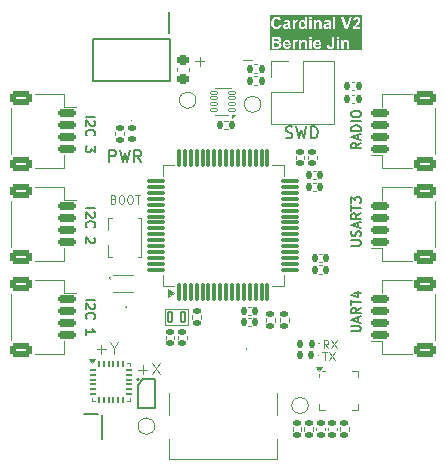
<source format=gto>
G04 #@! TF.GenerationSoftware,KiCad,Pcbnew,9.0.1*
G04 #@! TF.CreationDate,2025-04-30T23:29:38-04:00*
G04 #@! TF.ProjectId,Control Board V2,436f6e74-726f-46c2-9042-6f6172642056,rev?*
G04 #@! TF.SameCoordinates,Original*
G04 #@! TF.FileFunction,Legend,Top*
G04 #@! TF.FilePolarity,Positive*
%FSLAX46Y46*%
G04 Gerber Fmt 4.6, Leading zero omitted, Abs format (unit mm)*
G04 Created by KiCad (PCBNEW 9.0.1) date 2025-04-30 23:29:38*
%MOMM*%
%LPD*%
G01*
G04 APERTURE LIST*
G04 Aperture macros list*
%AMRoundRect*
0 Rectangle with rounded corners*
0 $1 Rounding radius*
0 $2 $3 $4 $5 $6 $7 $8 $9 X,Y pos of 4 corners*
0 Add a 4 corners polygon primitive as box body*
4,1,4,$2,$3,$4,$5,$6,$7,$8,$9,$2,$3,0*
0 Add four circle primitives for the rounded corners*
1,1,$1+$1,$2,$3*
1,1,$1+$1,$4,$5*
1,1,$1+$1,$6,$7*
1,1,$1+$1,$8,$9*
0 Add four rect primitives between the rounded corners*
20,1,$1+$1,$2,$3,$4,$5,0*
20,1,$1+$1,$4,$5,$6,$7,0*
20,1,$1+$1,$6,$7,$8,$9,0*
20,1,$1+$1,$8,$9,$2,$3,0*%
G04 Aperture macros list end*
%ADD10C,0.150000*%
%ADD11C,0.100000*%
%ADD12C,0.120000*%
%ADD13C,0.200000*%
%ADD14C,0.050000*%
%ADD15C,0.049340*%
%ADD16RoundRect,0.147500X0.147500X0.172500X-0.147500X0.172500X-0.147500X-0.172500X0.147500X-0.172500X0*%
%ADD17RoundRect,0.135000X-0.135000X-0.185000X0.135000X-0.185000X0.135000X0.185000X-0.135000X0.185000X0*%
%ADD18RoundRect,0.150000X0.625000X-0.150000X0.625000X0.150000X-0.625000X0.150000X-0.625000X-0.150000X0*%
%ADD19RoundRect,0.250000X0.650000X-0.350000X0.650000X0.350000X-0.650000X0.350000X-0.650000X-0.350000X0*%
%ADD20RoundRect,0.140000X0.140000X0.170000X-0.140000X0.170000X-0.140000X-0.170000X0.140000X-0.170000X0*%
%ADD21RoundRect,0.140000X0.170000X-0.140000X0.170000X0.140000X-0.170000X0.140000X-0.170000X-0.140000X0*%
%ADD22C,0.226000*%
%ADD23C,1.700000*%
%ADD24R,1.700000X1.700000*%
%ADD25RoundRect,0.075000X-0.175000X-0.425000X0.175000X-0.425000X0.175000X0.425000X-0.175000X0.425000X0*%
%ADD26RoundRect,0.135000X0.135000X0.185000X-0.135000X0.185000X-0.135000X-0.185000X0.135000X-0.185000X0*%
%ADD27RoundRect,0.150000X-0.625000X0.150000X-0.625000X-0.150000X0.625000X-0.150000X0.625000X0.150000X0*%
%ADD28RoundRect,0.250000X-0.650000X0.350000X-0.650000X-0.350000X0.650000X-0.350000X0.650000X0.350000X0*%
%ADD29C,1.000000*%
%ADD30RoundRect,0.147500X-0.172500X0.147500X-0.172500X-0.147500X0.172500X-0.147500X0.172500X0.147500X0*%
%ADD31C,5.500000*%
%ADD32RoundRect,0.140000X-0.170000X0.140000X-0.170000X-0.140000X0.170000X-0.140000X0.170000X0.140000X0*%
%ADD33RoundRect,0.050000X0.285000X0.100000X-0.285000X0.100000X-0.285000X-0.100000X0.285000X-0.100000X0*%
%ADD34RoundRect,0.135000X0.185000X-0.135000X0.185000X0.135000X-0.185000X0.135000X-0.185000X-0.135000X0*%
%ADD35R,0.300000X0.300000*%
%ADD36R,0.900000X0.300000*%
%ADD37R,0.300000X0.900000*%
%ADD38R,1.800000X1.800000*%
%ADD39RoundRect,0.140000X-0.140000X-0.170000X0.140000X-0.170000X0.140000X0.170000X-0.140000X0.170000X0*%
%ADD40R,0.600000X0.200000*%
%ADD41R,1.600000X0.200000*%
%ADD42R,0.250000X0.275000*%
%ADD43R,0.275000X0.250000*%
%ADD44R,0.200000X0.200000*%
%ADD45R,0.950000X1.750000*%
%ADD46R,3.250000X1.750000*%
%ADD47C,0.650000*%
%ADD48R,0.600000X1.240000*%
%ADD49R,0.300000X1.240000*%
%ADD50O,1.000000X2.100000*%
%ADD51O,1.000000X1.800000*%
%ADD52RoundRect,0.075000X0.075000X-0.700000X0.075000X0.700000X-0.075000X0.700000X-0.075000X-0.700000X0*%
%ADD53RoundRect,0.075000X0.700000X-0.075000X0.700000X0.075000X-0.700000X0.075000X-0.700000X-0.075000X0*%
%ADD54R,1.150000X0.400000*%
%ADD55R,1.700000X0.900000*%
%ADD56R,1.100000X0.800000*%
%ADD57O,3.000000X3.000000*%
%ADD58RoundRect,0.050000X-0.225000X-0.050000X0.225000X-0.050000X0.225000X0.050000X-0.225000X0.050000X0*%
%ADD59RoundRect,0.050000X0.050000X-0.225000X0.050000X0.225000X-0.050000X0.225000X-0.050000X-0.225000X0*%
%ADD60RoundRect,0.135000X-0.185000X0.135000X-0.185000X-0.135000X0.185000X-0.135000X0.185000X0.135000X0*%
%ADD61RoundRect,0.225000X-0.250000X0.225000X-0.250000X-0.225000X0.250000X-0.225000X0.250000X0.225000X0*%
G04 APERTURE END LIST*
D10*
X80289160Y-104572200D02*
X80432017Y-104619819D01*
X80432017Y-104619819D02*
X80670112Y-104619819D01*
X80670112Y-104619819D02*
X80765350Y-104572200D01*
X80765350Y-104572200D02*
X80812969Y-104524580D01*
X80812969Y-104524580D02*
X80860588Y-104429342D01*
X80860588Y-104429342D02*
X80860588Y-104334104D01*
X80860588Y-104334104D02*
X80812969Y-104238866D01*
X80812969Y-104238866D02*
X80765350Y-104191247D01*
X80765350Y-104191247D02*
X80670112Y-104143628D01*
X80670112Y-104143628D02*
X80479636Y-104096009D01*
X80479636Y-104096009D02*
X80384398Y-104048390D01*
X80384398Y-104048390D02*
X80336779Y-104000771D01*
X80336779Y-104000771D02*
X80289160Y-103905533D01*
X80289160Y-103905533D02*
X80289160Y-103810295D01*
X80289160Y-103810295D02*
X80336779Y-103715057D01*
X80336779Y-103715057D02*
X80384398Y-103667438D01*
X80384398Y-103667438D02*
X80479636Y-103619819D01*
X80479636Y-103619819D02*
X80717731Y-103619819D01*
X80717731Y-103619819D02*
X80860588Y-103667438D01*
X81193922Y-103619819D02*
X81432017Y-104619819D01*
X81432017Y-104619819D02*
X81622493Y-103905533D01*
X81622493Y-103905533D02*
X81812969Y-104619819D01*
X81812969Y-104619819D02*
X82051065Y-103619819D01*
X82432017Y-104619819D02*
X82432017Y-103619819D01*
X82432017Y-103619819D02*
X82670112Y-103619819D01*
X82670112Y-103619819D02*
X82812969Y-103667438D01*
X82812969Y-103667438D02*
X82908207Y-103762676D01*
X82908207Y-103762676D02*
X82955826Y-103857914D01*
X82955826Y-103857914D02*
X83003445Y-104048390D01*
X83003445Y-104048390D02*
X83003445Y-104191247D01*
X83003445Y-104191247D02*
X82955826Y-104381723D01*
X82955826Y-104381723D02*
X82908207Y-104476961D01*
X82908207Y-104476961D02*
X82812969Y-104572200D01*
X82812969Y-104572200D02*
X82670112Y-104619819D01*
X82670112Y-104619819D02*
X82432017Y-104619819D01*
D11*
X65715789Y-109792466D02*
X65815789Y-109825800D01*
X65815789Y-109825800D02*
X65849122Y-109859133D01*
X65849122Y-109859133D02*
X65882455Y-109925800D01*
X65882455Y-109925800D02*
X65882455Y-110025800D01*
X65882455Y-110025800D02*
X65849122Y-110092466D01*
X65849122Y-110092466D02*
X65815789Y-110125800D01*
X65815789Y-110125800D02*
X65749122Y-110159133D01*
X65749122Y-110159133D02*
X65482455Y-110159133D01*
X65482455Y-110159133D02*
X65482455Y-109459133D01*
X65482455Y-109459133D02*
X65715789Y-109459133D01*
X65715789Y-109459133D02*
X65782455Y-109492466D01*
X65782455Y-109492466D02*
X65815789Y-109525800D01*
X65815789Y-109525800D02*
X65849122Y-109592466D01*
X65849122Y-109592466D02*
X65849122Y-109659133D01*
X65849122Y-109659133D02*
X65815789Y-109725800D01*
X65815789Y-109725800D02*
X65782455Y-109759133D01*
X65782455Y-109759133D02*
X65715789Y-109792466D01*
X65715789Y-109792466D02*
X65482455Y-109792466D01*
X66315789Y-109459133D02*
X66449122Y-109459133D01*
X66449122Y-109459133D02*
X66515789Y-109492466D01*
X66515789Y-109492466D02*
X66582455Y-109559133D01*
X66582455Y-109559133D02*
X66615789Y-109692466D01*
X66615789Y-109692466D02*
X66615789Y-109925800D01*
X66615789Y-109925800D02*
X66582455Y-110059133D01*
X66582455Y-110059133D02*
X66515789Y-110125800D01*
X66515789Y-110125800D02*
X66449122Y-110159133D01*
X66449122Y-110159133D02*
X66315789Y-110159133D01*
X66315789Y-110159133D02*
X66249122Y-110125800D01*
X66249122Y-110125800D02*
X66182455Y-110059133D01*
X66182455Y-110059133D02*
X66149122Y-109925800D01*
X66149122Y-109925800D02*
X66149122Y-109692466D01*
X66149122Y-109692466D02*
X66182455Y-109559133D01*
X66182455Y-109559133D02*
X66249122Y-109492466D01*
X66249122Y-109492466D02*
X66315789Y-109459133D01*
X67049122Y-109459133D02*
X67182455Y-109459133D01*
X67182455Y-109459133D02*
X67249122Y-109492466D01*
X67249122Y-109492466D02*
X67315788Y-109559133D01*
X67315788Y-109559133D02*
X67349122Y-109692466D01*
X67349122Y-109692466D02*
X67349122Y-109925800D01*
X67349122Y-109925800D02*
X67315788Y-110059133D01*
X67315788Y-110059133D02*
X67249122Y-110125800D01*
X67249122Y-110125800D02*
X67182455Y-110159133D01*
X67182455Y-110159133D02*
X67049122Y-110159133D01*
X67049122Y-110159133D02*
X66982455Y-110125800D01*
X66982455Y-110125800D02*
X66915788Y-110059133D01*
X66915788Y-110059133D02*
X66882455Y-109925800D01*
X66882455Y-109925800D02*
X66882455Y-109692466D01*
X66882455Y-109692466D02*
X66915788Y-109559133D01*
X66915788Y-109559133D02*
X66982455Y-109492466D01*
X66982455Y-109492466D02*
X67049122Y-109459133D01*
X67549121Y-109459133D02*
X67949121Y-109459133D01*
X67749121Y-110159133D02*
X67749121Y-109459133D01*
D10*
X86644295Y-105003696D02*
X86263342Y-105270363D01*
X86644295Y-105460839D02*
X85844295Y-105460839D01*
X85844295Y-105460839D02*
X85844295Y-105156077D01*
X85844295Y-105156077D02*
X85882390Y-105079887D01*
X85882390Y-105079887D02*
X85920485Y-105041792D01*
X85920485Y-105041792D02*
X85996676Y-105003696D01*
X85996676Y-105003696D02*
X86110961Y-105003696D01*
X86110961Y-105003696D02*
X86187152Y-105041792D01*
X86187152Y-105041792D02*
X86225247Y-105079887D01*
X86225247Y-105079887D02*
X86263342Y-105156077D01*
X86263342Y-105156077D02*
X86263342Y-105460839D01*
X86415723Y-104698935D02*
X86415723Y-104317982D01*
X86644295Y-104775125D02*
X85844295Y-104508458D01*
X85844295Y-104508458D02*
X86644295Y-104241792D01*
X86644295Y-103975125D02*
X85844295Y-103975125D01*
X85844295Y-103975125D02*
X85844295Y-103784649D01*
X85844295Y-103784649D02*
X85882390Y-103670363D01*
X85882390Y-103670363D02*
X85958580Y-103594173D01*
X85958580Y-103594173D02*
X86034771Y-103556078D01*
X86034771Y-103556078D02*
X86187152Y-103517982D01*
X86187152Y-103517982D02*
X86301438Y-103517982D01*
X86301438Y-103517982D02*
X86453819Y-103556078D01*
X86453819Y-103556078D02*
X86530009Y-103594173D01*
X86530009Y-103594173D02*
X86606200Y-103670363D01*
X86606200Y-103670363D02*
X86644295Y-103784649D01*
X86644295Y-103784649D02*
X86644295Y-103975125D01*
X86644295Y-103175125D02*
X85844295Y-103175125D01*
X85844295Y-102641792D02*
X85844295Y-102489411D01*
X85844295Y-102489411D02*
X85882390Y-102413221D01*
X85882390Y-102413221D02*
X85958580Y-102337030D01*
X85958580Y-102337030D02*
X86110961Y-102298935D01*
X86110961Y-102298935D02*
X86377628Y-102298935D01*
X86377628Y-102298935D02*
X86530009Y-102337030D01*
X86530009Y-102337030D02*
X86606200Y-102413221D01*
X86606200Y-102413221D02*
X86644295Y-102489411D01*
X86644295Y-102489411D02*
X86644295Y-102641792D01*
X86644295Y-102641792D02*
X86606200Y-102717983D01*
X86606200Y-102717983D02*
X86530009Y-102794173D01*
X86530009Y-102794173D02*
X86377628Y-102832269D01*
X86377628Y-102832269D02*
X86110961Y-102832269D01*
X86110961Y-102832269D02*
X85958580Y-102794173D01*
X85958580Y-102794173D02*
X85882390Y-102717983D01*
X85882390Y-102717983D02*
X85844295Y-102641792D01*
X65336779Y-106619819D02*
X65336779Y-105619819D01*
X65336779Y-105619819D02*
X65717731Y-105619819D01*
X65717731Y-105619819D02*
X65812969Y-105667438D01*
X65812969Y-105667438D02*
X65860588Y-105715057D01*
X65860588Y-105715057D02*
X65908207Y-105810295D01*
X65908207Y-105810295D02*
X65908207Y-105953152D01*
X65908207Y-105953152D02*
X65860588Y-106048390D01*
X65860588Y-106048390D02*
X65812969Y-106096009D01*
X65812969Y-106096009D02*
X65717731Y-106143628D01*
X65717731Y-106143628D02*
X65336779Y-106143628D01*
X66241541Y-105619819D02*
X66479636Y-106619819D01*
X66479636Y-106619819D02*
X66670112Y-105905533D01*
X66670112Y-105905533D02*
X66860588Y-106619819D01*
X66860588Y-106619819D02*
X67098684Y-105619819D01*
X68051064Y-106619819D02*
X67717731Y-106143628D01*
X67479636Y-106619819D02*
X67479636Y-105619819D01*
X67479636Y-105619819D02*
X67860588Y-105619819D01*
X67860588Y-105619819D02*
X67955826Y-105667438D01*
X67955826Y-105667438D02*
X68003445Y-105715057D01*
X68003445Y-105715057D02*
X68051064Y-105810295D01*
X68051064Y-105810295D02*
X68051064Y-105953152D01*
X68051064Y-105953152D02*
X68003445Y-106048390D01*
X68003445Y-106048390D02*
X67955826Y-106096009D01*
X67955826Y-106096009D02*
X67860588Y-106143628D01*
X67860588Y-106143628D02*
X67479636Y-106143628D01*
X63355704Y-110539160D02*
X64155704Y-110539160D01*
X64079514Y-110882016D02*
X64117609Y-110920112D01*
X64117609Y-110920112D02*
X64155704Y-110996302D01*
X64155704Y-110996302D02*
X64155704Y-111186778D01*
X64155704Y-111186778D02*
X64117609Y-111262969D01*
X64117609Y-111262969D02*
X64079514Y-111301064D01*
X64079514Y-111301064D02*
X64003323Y-111339159D01*
X64003323Y-111339159D02*
X63927133Y-111339159D01*
X63927133Y-111339159D02*
X63812847Y-111301064D01*
X63812847Y-111301064D02*
X63355704Y-110843921D01*
X63355704Y-110843921D02*
X63355704Y-111339159D01*
X63431895Y-112139160D02*
X63393800Y-112101064D01*
X63393800Y-112101064D02*
X63355704Y-111986779D01*
X63355704Y-111986779D02*
X63355704Y-111910588D01*
X63355704Y-111910588D02*
X63393800Y-111796302D01*
X63393800Y-111796302D02*
X63469990Y-111720112D01*
X63469990Y-111720112D02*
X63546180Y-111682017D01*
X63546180Y-111682017D02*
X63698561Y-111643921D01*
X63698561Y-111643921D02*
X63812847Y-111643921D01*
X63812847Y-111643921D02*
X63965228Y-111682017D01*
X63965228Y-111682017D02*
X64041419Y-111720112D01*
X64041419Y-111720112D02*
X64117609Y-111796302D01*
X64117609Y-111796302D02*
X64155704Y-111910588D01*
X64155704Y-111910588D02*
X64155704Y-111986779D01*
X64155704Y-111986779D02*
X64117609Y-112101064D01*
X64117609Y-112101064D02*
X64079514Y-112139160D01*
X64079514Y-113053445D02*
X64117609Y-113091541D01*
X64117609Y-113091541D02*
X64155704Y-113167731D01*
X64155704Y-113167731D02*
X64155704Y-113358207D01*
X64155704Y-113358207D02*
X64117609Y-113434398D01*
X64117609Y-113434398D02*
X64079514Y-113472493D01*
X64079514Y-113472493D02*
X64003323Y-113510588D01*
X64003323Y-113510588D02*
X63927133Y-113510588D01*
X63927133Y-113510588D02*
X63812847Y-113472493D01*
X63812847Y-113472493D02*
X63355704Y-113015350D01*
X63355704Y-113015350D02*
X63355704Y-113510588D01*
X63355704Y-102789160D02*
X64155704Y-102789160D01*
X64079514Y-103132016D02*
X64117609Y-103170112D01*
X64117609Y-103170112D02*
X64155704Y-103246302D01*
X64155704Y-103246302D02*
X64155704Y-103436778D01*
X64155704Y-103436778D02*
X64117609Y-103512969D01*
X64117609Y-103512969D02*
X64079514Y-103551064D01*
X64079514Y-103551064D02*
X64003323Y-103589159D01*
X64003323Y-103589159D02*
X63927133Y-103589159D01*
X63927133Y-103589159D02*
X63812847Y-103551064D01*
X63812847Y-103551064D02*
X63355704Y-103093921D01*
X63355704Y-103093921D02*
X63355704Y-103589159D01*
X63431895Y-104389160D02*
X63393800Y-104351064D01*
X63393800Y-104351064D02*
X63355704Y-104236779D01*
X63355704Y-104236779D02*
X63355704Y-104160588D01*
X63355704Y-104160588D02*
X63393800Y-104046302D01*
X63393800Y-104046302D02*
X63469990Y-103970112D01*
X63469990Y-103970112D02*
X63546180Y-103932017D01*
X63546180Y-103932017D02*
X63698561Y-103893921D01*
X63698561Y-103893921D02*
X63812847Y-103893921D01*
X63812847Y-103893921D02*
X63965228Y-103932017D01*
X63965228Y-103932017D02*
X64041419Y-103970112D01*
X64041419Y-103970112D02*
X64117609Y-104046302D01*
X64117609Y-104046302D02*
X64155704Y-104160588D01*
X64155704Y-104160588D02*
X64155704Y-104236779D01*
X64155704Y-104236779D02*
X64117609Y-104351064D01*
X64117609Y-104351064D02*
X64079514Y-104389160D01*
X64155704Y-105265350D02*
X64155704Y-105760588D01*
X64155704Y-105760588D02*
X63850942Y-105493922D01*
X63850942Y-105493922D02*
X63850942Y-105608207D01*
X63850942Y-105608207D02*
X63812847Y-105684398D01*
X63812847Y-105684398D02*
X63774752Y-105722493D01*
X63774752Y-105722493D02*
X63698561Y-105760588D01*
X63698561Y-105760588D02*
X63508085Y-105760588D01*
X63508085Y-105760588D02*
X63431895Y-105722493D01*
X63431895Y-105722493D02*
X63393800Y-105684398D01*
X63393800Y-105684398D02*
X63355704Y-105608207D01*
X63355704Y-105608207D02*
X63355704Y-105379636D01*
X63355704Y-105379636D02*
X63393800Y-105303445D01*
X63393800Y-105303445D02*
X63431895Y-105265350D01*
D11*
X67803884Y-124241466D02*
X68565789Y-124241466D01*
X68184836Y-124622419D02*
X68184836Y-123860514D01*
X68946741Y-123622419D02*
X69613407Y-124622419D01*
X69613407Y-123622419D02*
X68946741Y-124622419D01*
D10*
X85844295Y-113710839D02*
X86491914Y-113710839D01*
X86491914Y-113710839D02*
X86568104Y-113672744D01*
X86568104Y-113672744D02*
X86606200Y-113634649D01*
X86606200Y-113634649D02*
X86644295Y-113558458D01*
X86644295Y-113558458D02*
X86644295Y-113406077D01*
X86644295Y-113406077D02*
X86606200Y-113329887D01*
X86606200Y-113329887D02*
X86568104Y-113291792D01*
X86568104Y-113291792D02*
X86491914Y-113253696D01*
X86491914Y-113253696D02*
X85844295Y-113253696D01*
X86606200Y-112910840D02*
X86644295Y-112796554D01*
X86644295Y-112796554D02*
X86644295Y-112606078D01*
X86644295Y-112606078D02*
X86606200Y-112529887D01*
X86606200Y-112529887D02*
X86568104Y-112491792D01*
X86568104Y-112491792D02*
X86491914Y-112453697D01*
X86491914Y-112453697D02*
X86415723Y-112453697D01*
X86415723Y-112453697D02*
X86339533Y-112491792D01*
X86339533Y-112491792D02*
X86301438Y-112529887D01*
X86301438Y-112529887D02*
X86263342Y-112606078D01*
X86263342Y-112606078D02*
X86225247Y-112758459D01*
X86225247Y-112758459D02*
X86187152Y-112834649D01*
X86187152Y-112834649D02*
X86149057Y-112872744D01*
X86149057Y-112872744D02*
X86072866Y-112910840D01*
X86072866Y-112910840D02*
X85996676Y-112910840D01*
X85996676Y-112910840D02*
X85920485Y-112872744D01*
X85920485Y-112872744D02*
X85882390Y-112834649D01*
X85882390Y-112834649D02*
X85844295Y-112758459D01*
X85844295Y-112758459D02*
X85844295Y-112567982D01*
X85844295Y-112567982D02*
X85882390Y-112453697D01*
X86415723Y-112148935D02*
X86415723Y-111767982D01*
X86644295Y-112225125D02*
X85844295Y-111958458D01*
X85844295Y-111958458D02*
X86644295Y-111691792D01*
X86644295Y-110967982D02*
X86263342Y-111234649D01*
X86644295Y-111425125D02*
X85844295Y-111425125D01*
X85844295Y-111425125D02*
X85844295Y-111120363D01*
X85844295Y-111120363D02*
X85882390Y-111044173D01*
X85882390Y-111044173D02*
X85920485Y-111006078D01*
X85920485Y-111006078D02*
X85996676Y-110967982D01*
X85996676Y-110967982D02*
X86110961Y-110967982D01*
X86110961Y-110967982D02*
X86187152Y-111006078D01*
X86187152Y-111006078D02*
X86225247Y-111044173D01*
X86225247Y-111044173D02*
X86263342Y-111120363D01*
X86263342Y-111120363D02*
X86263342Y-111425125D01*
X85844295Y-110739411D02*
X85844295Y-110282268D01*
X86644295Y-110510840D02*
X85844295Y-110510840D01*
X85844295Y-110091792D02*
X85844295Y-109596554D01*
X85844295Y-109596554D02*
X86149057Y-109863220D01*
X86149057Y-109863220D02*
X86149057Y-109748935D01*
X86149057Y-109748935D02*
X86187152Y-109672744D01*
X86187152Y-109672744D02*
X86225247Y-109634649D01*
X86225247Y-109634649D02*
X86301438Y-109596554D01*
X86301438Y-109596554D02*
X86491914Y-109596554D01*
X86491914Y-109596554D02*
X86568104Y-109634649D01*
X86568104Y-109634649D02*
X86606200Y-109672744D01*
X86606200Y-109672744D02*
X86644295Y-109748935D01*
X86644295Y-109748935D02*
X86644295Y-109977506D01*
X86644295Y-109977506D02*
X86606200Y-110053697D01*
X86606200Y-110053697D02*
X86568104Y-110091792D01*
X85844295Y-120960839D02*
X86491914Y-120960839D01*
X86491914Y-120960839D02*
X86568104Y-120922744D01*
X86568104Y-120922744D02*
X86606200Y-120884649D01*
X86606200Y-120884649D02*
X86644295Y-120808458D01*
X86644295Y-120808458D02*
X86644295Y-120656077D01*
X86644295Y-120656077D02*
X86606200Y-120579887D01*
X86606200Y-120579887D02*
X86568104Y-120541792D01*
X86568104Y-120541792D02*
X86491914Y-120503696D01*
X86491914Y-120503696D02*
X85844295Y-120503696D01*
X86415723Y-120160840D02*
X86415723Y-119779887D01*
X86644295Y-120237030D02*
X85844295Y-119970363D01*
X85844295Y-119970363D02*
X86644295Y-119703697D01*
X86644295Y-118979887D02*
X86263342Y-119246554D01*
X86644295Y-119437030D02*
X85844295Y-119437030D01*
X85844295Y-119437030D02*
X85844295Y-119132268D01*
X85844295Y-119132268D02*
X85882390Y-119056078D01*
X85882390Y-119056078D02*
X85920485Y-119017983D01*
X85920485Y-119017983D02*
X85996676Y-118979887D01*
X85996676Y-118979887D02*
X86110961Y-118979887D01*
X86110961Y-118979887D02*
X86187152Y-119017983D01*
X86187152Y-119017983D02*
X86225247Y-119056078D01*
X86225247Y-119056078D02*
X86263342Y-119132268D01*
X86263342Y-119132268D02*
X86263342Y-119437030D01*
X85844295Y-118751316D02*
X85844295Y-118294173D01*
X86644295Y-118522745D02*
X85844295Y-118522745D01*
X86110961Y-117684649D02*
X86644295Y-117684649D01*
X85806200Y-117875125D02*
X86377628Y-118065602D01*
X86377628Y-118065602D02*
X86377628Y-117570363D01*
X63355704Y-118289160D02*
X64155704Y-118289160D01*
X64079514Y-118632016D02*
X64117609Y-118670112D01*
X64117609Y-118670112D02*
X64155704Y-118746302D01*
X64155704Y-118746302D02*
X64155704Y-118936778D01*
X64155704Y-118936778D02*
X64117609Y-119012969D01*
X64117609Y-119012969D02*
X64079514Y-119051064D01*
X64079514Y-119051064D02*
X64003323Y-119089159D01*
X64003323Y-119089159D02*
X63927133Y-119089159D01*
X63927133Y-119089159D02*
X63812847Y-119051064D01*
X63812847Y-119051064D02*
X63355704Y-118593921D01*
X63355704Y-118593921D02*
X63355704Y-119089159D01*
X63431895Y-119889160D02*
X63393800Y-119851064D01*
X63393800Y-119851064D02*
X63355704Y-119736779D01*
X63355704Y-119736779D02*
X63355704Y-119660588D01*
X63355704Y-119660588D02*
X63393800Y-119546302D01*
X63393800Y-119546302D02*
X63469990Y-119470112D01*
X63469990Y-119470112D02*
X63546180Y-119432017D01*
X63546180Y-119432017D02*
X63698561Y-119393921D01*
X63698561Y-119393921D02*
X63812847Y-119393921D01*
X63812847Y-119393921D02*
X63965228Y-119432017D01*
X63965228Y-119432017D02*
X64041419Y-119470112D01*
X64041419Y-119470112D02*
X64117609Y-119546302D01*
X64117609Y-119546302D02*
X64155704Y-119660588D01*
X64155704Y-119660588D02*
X64155704Y-119736779D01*
X64155704Y-119736779D02*
X64117609Y-119851064D01*
X64117609Y-119851064D02*
X64079514Y-119889160D01*
X63355704Y-121260588D02*
X63355704Y-120803445D01*
X63355704Y-121032017D02*
X64155704Y-121032017D01*
X64155704Y-121032017D02*
X64041419Y-120955826D01*
X64041419Y-120955826D02*
X63965228Y-120879636D01*
X63965228Y-120879636D02*
X63927133Y-120803445D01*
D12*
X83395613Y-122708093D02*
X83795613Y-122708093D01*
X83595613Y-123408093D02*
X83595613Y-122708093D01*
X83962280Y-122708093D02*
X84428946Y-123408093D01*
X84428946Y-122708093D02*
X83962280Y-123408093D01*
X83895613Y-122408093D02*
X83662280Y-122074760D01*
X83495613Y-122408093D02*
X83495613Y-121708093D01*
X83495613Y-121708093D02*
X83762280Y-121708093D01*
X83762280Y-121708093D02*
X83828947Y-121741426D01*
X83828947Y-121741426D02*
X83862280Y-121774760D01*
X83862280Y-121774760D02*
X83895613Y-121841426D01*
X83895613Y-121841426D02*
X83895613Y-121941426D01*
X83895613Y-121941426D02*
X83862280Y-122008093D01*
X83862280Y-122008093D02*
X83828947Y-122041426D01*
X83828947Y-122041426D02*
X83762280Y-122074760D01*
X83762280Y-122074760D02*
X83495613Y-122074760D01*
X84128947Y-121708093D02*
X84595613Y-122408093D01*
X84595613Y-121708093D02*
X84128947Y-122408093D01*
D13*
G36*
X80436178Y-96436990D02*
G01*
X80469012Y-96451385D01*
X80498613Y-96475935D01*
X80520580Y-96507595D01*
X80535290Y-96549331D01*
X80541660Y-96604040D01*
X80254736Y-96604040D01*
X80259355Y-96552563D01*
X80273048Y-96511423D01*
X80295036Y-96478377D01*
X80324906Y-96452587D01*
X80359047Y-96437336D01*
X80398900Y-96432093D01*
X80436178Y-96436990D01*
G37*
G36*
X83001705Y-96436990D02*
G01*
X83034539Y-96451385D01*
X83064139Y-96475935D01*
X83086107Y-96507595D01*
X83100817Y-96549331D01*
X83107187Y-96604040D01*
X82820263Y-96604040D01*
X82824881Y-96552563D01*
X82838575Y-96511423D01*
X82860563Y-96478377D01*
X82890433Y-96452587D01*
X82924574Y-96437336D01*
X82964427Y-96432093D01*
X83001705Y-96436990D01*
G37*
G36*
X79594003Y-96597035D02*
G01*
X79647243Y-96606788D01*
X79684223Y-96625893D01*
X79710441Y-96652889D01*
X79726605Y-96687149D01*
X79732301Y-96729886D01*
X79728862Y-96764619D01*
X79719248Y-96792703D01*
X79703907Y-96815554D01*
X79671720Y-96841401D01*
X79630512Y-96855793D01*
X79591384Y-96859906D01*
X79491844Y-96861960D01*
X79304692Y-96861960D01*
X79304692Y-96592316D01*
X79467969Y-96592316D01*
X79594003Y-96597035D01*
G37*
G36*
X79593632Y-96197131D02*
G01*
X79626045Y-96204231D01*
X79650906Y-96216036D01*
X79669774Y-96232180D01*
X79688709Y-96264531D01*
X79695420Y-96307285D01*
X79691914Y-96338249D01*
X79681959Y-96363818D01*
X79665683Y-96385198D01*
X79631606Y-96408379D01*
X79584106Y-96420858D01*
X79437194Y-96424277D01*
X79304692Y-96424277D01*
X79304692Y-96193712D01*
X79420830Y-96193712D01*
X79593632Y-96197131D01*
G37*
G36*
X80510886Y-95040605D02*
G01*
X80508518Y-95104377D01*
X80503375Y-95134638D01*
X80486757Y-95169044D01*
X80457580Y-95198447D01*
X80424872Y-95217863D01*
X80392079Y-95229070D01*
X80358539Y-95232763D01*
X80328770Y-95229336D01*
X80303615Y-95219507D01*
X80282030Y-95203271D01*
X80265176Y-95182108D01*
X80255322Y-95159021D01*
X80251988Y-95133234D01*
X80256065Y-95107679D01*
X80268199Y-95085375D01*
X80289541Y-95065334D01*
X80321482Y-95050842D01*
X80394077Y-95031690D01*
X80510886Y-95002198D01*
X80510886Y-95040605D01*
G37*
G36*
X81790255Y-94758372D02*
G01*
X81828162Y-94776745D01*
X81861427Y-94808208D01*
X81884492Y-94848403D01*
X81900410Y-94907437D01*
X81906550Y-94991817D01*
X81900515Y-95066798D01*
X81884383Y-95122572D01*
X81860083Y-95163581D01*
X81825995Y-95196175D01*
X81788908Y-95214800D01*
X81747365Y-95221039D01*
X81707937Y-95216228D01*
X81673935Y-95202264D01*
X81644040Y-95178850D01*
X81617611Y-95144408D01*
X81601416Y-95107310D01*
X81589955Y-95052160D01*
X81585493Y-94972950D01*
X81591461Y-94900810D01*
X81607439Y-94847075D01*
X81631594Y-94807475D01*
X81665389Y-94776301D01*
X81703023Y-94758222D01*
X81746022Y-94752093D01*
X81790255Y-94758372D01*
G37*
G36*
X83931263Y-95040605D02*
G01*
X83928895Y-95104377D01*
X83923752Y-95134638D01*
X83907134Y-95169044D01*
X83877957Y-95198447D01*
X83845249Y-95217863D01*
X83812456Y-95229070D01*
X83778916Y-95232763D01*
X83749147Y-95229336D01*
X83723992Y-95219507D01*
X83702407Y-95203271D01*
X83685553Y-95182108D01*
X83675699Y-95159021D01*
X83672365Y-95133234D01*
X83676442Y-95107679D01*
X83688575Y-95085375D01*
X83709918Y-95065334D01*
X83741859Y-95050842D01*
X83814453Y-95031690D01*
X83931263Y-95002198D01*
X83931263Y-95040605D01*
G37*
G36*
X86737716Y-97160650D02*
G01*
X78955139Y-97160650D01*
X78955139Y-96424277D01*
X79102459Y-96424277D01*
X79102459Y-96861960D01*
X79102459Y-97030000D01*
X79443300Y-97030000D01*
X79619320Y-97027051D01*
X79687177Y-97023161D01*
X79739682Y-97013480D01*
X79784495Y-96997473D01*
X79822793Y-96975533D01*
X79856597Y-96947082D01*
X79885447Y-96912785D01*
X79909560Y-96871974D01*
X79927343Y-96827916D01*
X79937829Y-96783623D01*
X79941311Y-96738618D01*
X79935668Y-96682245D01*
X79932329Y-96672062D01*
X80054579Y-96672062D01*
X80059494Y-96748313D01*
X80073508Y-96814917D01*
X80095873Y-96873307D01*
X80126325Y-96924670D01*
X80165512Y-96968633D01*
X80211827Y-97002886D01*
X80266290Y-97028039D01*
X80330464Y-97043911D01*
X80406350Y-97049539D01*
X80484331Y-97042836D01*
X80549926Y-97023893D01*
X80605469Y-96993607D01*
X80652852Y-96951703D01*
X80691642Y-96898081D01*
X80721973Y-96830697D01*
X80530730Y-96799434D01*
X80510180Y-96847351D01*
X80484263Y-96876981D01*
X80450647Y-96894800D01*
X80408426Y-96901039D01*
X80366301Y-96895677D01*
X80329898Y-96880063D01*
X80297784Y-96853717D01*
X80273747Y-96819639D01*
X80257978Y-96776333D01*
X80251317Y-96721277D01*
X80732231Y-96721277D01*
X80729268Y-96628633D01*
X80717727Y-96551504D01*
X80698936Y-96487549D01*
X80673793Y-96434714D01*
X80642716Y-96391304D01*
X80592394Y-96344712D01*
X80534197Y-96311426D01*
X80506971Y-96303133D01*
X80880059Y-96303133D01*
X80880059Y-97030000D01*
X81072034Y-97030000D01*
X81072034Y-96804075D01*
X81077226Y-96633211D01*
X81088093Y-96558855D01*
X81108695Y-96506543D01*
X81132117Y-96477950D01*
X81162710Y-96461309D01*
X81200444Y-96455540D01*
X81241942Y-96462738D01*
X81290631Y-96486926D01*
X81350043Y-96319741D01*
X81315965Y-96303133D01*
X81431071Y-96303133D01*
X81431071Y-97030000D01*
X81623046Y-97030000D01*
X81623046Y-96699783D01*
X81627629Y-96587163D01*
X81637700Y-96532294D01*
X81658605Y-96491512D01*
X81692044Y-96459570D01*
X81734039Y-96439019D01*
X81781498Y-96432093D01*
X81818240Y-96437079D01*
X81848115Y-96451327D01*
X81871708Y-96474126D01*
X81888049Y-96505244D01*
X81896345Y-96550138D01*
X81900383Y-96657957D01*
X81900383Y-97030000D01*
X82092358Y-97030000D01*
X82287325Y-97030000D01*
X82479239Y-97030000D01*
X82479239Y-96672062D01*
X82620106Y-96672062D01*
X82625021Y-96748313D01*
X82639035Y-96814917D01*
X82661400Y-96873307D01*
X82691852Y-96924670D01*
X82731039Y-96968633D01*
X82777354Y-97002886D01*
X82831817Y-97028039D01*
X82895991Y-97043911D01*
X82971877Y-97049539D01*
X83049858Y-97042836D01*
X83115453Y-97023893D01*
X83170996Y-96993607D01*
X83218378Y-96951703D01*
X83257169Y-96898081D01*
X83287500Y-96830697D01*
X83096257Y-96799434D01*
X83075707Y-96847351D01*
X83049790Y-96876981D01*
X83016174Y-96894800D01*
X82973953Y-96901039D01*
X82931827Y-96895677D01*
X82895425Y-96880063D01*
X82863311Y-96853717D01*
X82839274Y-96819639D01*
X82823505Y-96776333D01*
X82816844Y-96721277D01*
X83297758Y-96721277D01*
X83766154Y-96721277D01*
X83772240Y-96802392D01*
X83788452Y-96868532D01*
X83813447Y-96922400D01*
X83846755Y-96966130D01*
X83889136Y-97001417D01*
X83940033Y-97027299D01*
X84001179Y-97043690D01*
X84074877Y-97049539D01*
X84157686Y-97042962D01*
X84205261Y-97030000D01*
X84620333Y-97030000D01*
X84812247Y-97030000D01*
X84812247Y-96303133D01*
X85007763Y-96303133D01*
X85007763Y-97030000D01*
X85199738Y-97030000D01*
X85199738Y-96699783D01*
X85204321Y-96587163D01*
X85214392Y-96532294D01*
X85235297Y-96491512D01*
X85268736Y-96459570D01*
X85310732Y-96439019D01*
X85358190Y-96432093D01*
X85394932Y-96437079D01*
X85424808Y-96451327D01*
X85448400Y-96474126D01*
X85464741Y-96505244D01*
X85473037Y-96550138D01*
X85477076Y-96657957D01*
X85477076Y-97030000D01*
X85669050Y-97030000D01*
X85669050Y-96576379D01*
X85665973Y-96496755D01*
X85658426Y-96446503D01*
X85643665Y-96403351D01*
X85620874Y-96365415D01*
X85588728Y-96333758D01*
X85541250Y-96306613D01*
X85486666Y-96289492D01*
X85425174Y-96283593D01*
X85369559Y-96288622D01*
X85318720Y-96303364D01*
X85271631Y-96327849D01*
X85227547Y-96362820D01*
X85186060Y-96409684D01*
X85186060Y-96303133D01*
X85007763Y-96303133D01*
X84812247Y-96303133D01*
X84620333Y-96303133D01*
X84620333Y-97030000D01*
X84205261Y-97030000D01*
X84224508Y-97024756D01*
X84278454Y-96996355D01*
X84324828Y-96956759D01*
X84360055Y-96910044D01*
X84385005Y-96855183D01*
X84396166Y-96809547D01*
X84403922Y-96746850D01*
X84406864Y-96662903D01*
X84406864Y-96201528D01*
X84620333Y-96201528D01*
X84812247Y-96201528D01*
X84812247Y-96025673D01*
X84620333Y-96025673D01*
X84620333Y-96201528D01*
X84406864Y-96201528D01*
X84406864Y-96025673D01*
X84205364Y-96025673D01*
X84205364Y-96677313D01*
X84201105Y-96760147D01*
X84190803Y-96810517D01*
X84177337Y-96838757D01*
X84155748Y-96859392D01*
X84124974Y-96872640D01*
X84081716Y-96877592D01*
X84040134Y-96871338D01*
X84007652Y-96853571D01*
X83982004Y-96823553D01*
X83970832Y-96798513D01*
X83961924Y-96759551D01*
X83956725Y-96701737D01*
X83766154Y-96721277D01*
X83297758Y-96721277D01*
X83294794Y-96628633D01*
X83283254Y-96551504D01*
X83264463Y-96487549D01*
X83239320Y-96434714D01*
X83208243Y-96391304D01*
X83157921Y-96344712D01*
X83099724Y-96311426D01*
X83032091Y-96290825D01*
X82952765Y-96283593D01*
X82882722Y-96290261D01*
X82820644Y-96309597D01*
X82764902Y-96341447D01*
X82714384Y-96386786D01*
X82674656Y-96440678D01*
X82645332Y-96504766D01*
X82626731Y-96581047D01*
X82625057Y-96604040D01*
X82620106Y-96672062D01*
X82479239Y-96672062D01*
X82479239Y-96303133D01*
X82287325Y-96303133D01*
X82287325Y-97030000D01*
X82092358Y-97030000D01*
X82092358Y-96576379D01*
X82089281Y-96496755D01*
X82081734Y-96446503D01*
X82066973Y-96403351D01*
X82044181Y-96365415D01*
X82012035Y-96333758D01*
X81964558Y-96306613D01*
X81909973Y-96289492D01*
X81848482Y-96283593D01*
X81792866Y-96288622D01*
X81742028Y-96303364D01*
X81694939Y-96327849D01*
X81650855Y-96362820D01*
X81609368Y-96409684D01*
X81609368Y-96303133D01*
X81431071Y-96303133D01*
X81315965Y-96303133D01*
X81308340Y-96299417D01*
X81266416Y-96287531D01*
X81223647Y-96283593D01*
X81179445Y-96289867D01*
X81140666Y-96308384D01*
X81105459Y-96341009D01*
X81058356Y-96406264D01*
X81058356Y-96303133D01*
X80880059Y-96303133D01*
X80506971Y-96303133D01*
X80466564Y-96290825D01*
X80387238Y-96283593D01*
X80317195Y-96290261D01*
X80255118Y-96309597D01*
X80199375Y-96341447D01*
X80148857Y-96386786D01*
X80109129Y-96440678D01*
X80079805Y-96504766D01*
X80061204Y-96581047D01*
X80059530Y-96604040D01*
X80054579Y-96672062D01*
X79932329Y-96672062D01*
X79919261Y-96632202D01*
X79892096Y-96587126D01*
X79855612Y-96549151D01*
X79809326Y-96518744D01*
X79751413Y-96495901D01*
X79791905Y-96472856D01*
X79825959Y-96443581D01*
X79854239Y-96407608D01*
X79875335Y-96366996D01*
X79887909Y-96324126D01*
X79892158Y-96278220D01*
X79888643Y-96235715D01*
X79879603Y-96201528D01*
X82287325Y-96201528D01*
X82479239Y-96201528D01*
X82479239Y-96025673D01*
X82287325Y-96025673D01*
X82287325Y-96201528D01*
X79879603Y-96201528D01*
X79878360Y-96196828D01*
X79861383Y-96160861D01*
X79826424Y-96113273D01*
X79784569Y-96077025D01*
X79735764Y-96051072D01*
X79680033Y-96035626D01*
X79614064Y-96028609D01*
X79502773Y-96025673D01*
X79102459Y-96025673D01*
X79102459Y-96424277D01*
X78955139Y-96424277D01*
X78955139Y-94856690D01*
X79066250Y-94856690D01*
X79072019Y-94952389D01*
X79088441Y-95035914D01*
X79114560Y-95108995D01*
X79149934Y-95173093D01*
X79194661Y-95229344D01*
X79248914Y-95278425D01*
X79307991Y-95316144D01*
X79372590Y-95343246D01*
X79443714Y-95359888D01*
X79522618Y-95365631D01*
X79603008Y-95360179D01*
X79673141Y-95344624D01*
X79734597Y-95319752D01*
X79788660Y-95285764D01*
X79835445Y-95242657D01*
X79876098Y-95188710D01*
X79894221Y-95153872D01*
X80060075Y-95153872D01*
X80064271Y-95199418D01*
X80076419Y-95239719D01*
X80096360Y-95275810D01*
X80124616Y-95308417D01*
X80158495Y-95334335D01*
X80198383Y-95353324D01*
X80245448Y-95365294D01*
X80301203Y-95369539D01*
X80363163Y-95363374D01*
X80420760Y-95345115D01*
X80474275Y-95315149D01*
X80525968Y-95271842D01*
X80532807Y-95294068D01*
X80551247Y-95350000D01*
X80741146Y-95350000D01*
X80719396Y-95298026D01*
X80706646Y-95252058D01*
X80700166Y-95200013D01*
X80697426Y-95110153D01*
X80699441Y-94884717D01*
X80695661Y-94799732D01*
X80686303Y-94744976D01*
X80673796Y-94711854D01*
X80653649Y-94683466D01*
X80624750Y-94657601D01*
X80585319Y-94634185D01*
X80554495Y-94623133D01*
X80880059Y-94623133D01*
X80880059Y-95350000D01*
X81072034Y-95350000D01*
X81072034Y-95124075D01*
X81076296Y-94983818D01*
X81389427Y-94983818D01*
X81395762Y-95075213D01*
X81413478Y-95151352D01*
X81441240Y-95214836D01*
X81478576Y-95267751D01*
X81526715Y-95313308D01*
X81577799Y-95344618D01*
X81632690Y-95363227D01*
X81692716Y-95369539D01*
X81753145Y-95361763D01*
X81814654Y-95337604D01*
X81852574Y-95313375D01*
X81887448Y-95282235D01*
X81919495Y-95243449D01*
X81919495Y-95350000D01*
X82097793Y-95350000D01*
X82287325Y-95350000D01*
X82479239Y-95350000D01*
X82479239Y-94623133D01*
X82674755Y-94623133D01*
X82674755Y-95350000D01*
X82866730Y-95350000D01*
X82866730Y-95019783D01*
X82871314Y-94907163D01*
X82881385Y-94852294D01*
X82902289Y-94811512D01*
X82935729Y-94779570D01*
X82977724Y-94759019D01*
X83025183Y-94752093D01*
X83061924Y-94757079D01*
X83091800Y-94771327D01*
X83115393Y-94794126D01*
X83131734Y-94825244D01*
X83140029Y-94870138D01*
X83144068Y-94977957D01*
X83144068Y-95350000D01*
X83336043Y-95350000D01*
X83336043Y-95153872D01*
X83480451Y-95153872D01*
X83484648Y-95199418D01*
X83496796Y-95239719D01*
X83516737Y-95275810D01*
X83544993Y-95308417D01*
X83578872Y-95334335D01*
X83618760Y-95353324D01*
X83665824Y-95365294D01*
X83721580Y-95369539D01*
X83783540Y-95363374D01*
X83841137Y-95345115D01*
X83894652Y-95315149D01*
X83946345Y-95271842D01*
X83953183Y-95294068D01*
X83971624Y-95350000D01*
X84161523Y-95350000D01*
X84308679Y-95350000D01*
X84500593Y-95350000D01*
X84500593Y-94345673D01*
X84985232Y-94345673D01*
X85343169Y-95350000D01*
X85559019Y-95350000D01*
X85953777Y-95350000D01*
X86626605Y-95350000D01*
X86626605Y-95170237D01*
X86245464Y-95170237D01*
X86284726Y-95117114D01*
X86399825Y-95006838D01*
X86482567Y-94927424D01*
X86525488Y-94879466D01*
X86572313Y-94812070D01*
X86602363Y-94751849D01*
X86620504Y-94689506D01*
X86626605Y-94623499D01*
X86621160Y-94565897D01*
X86605325Y-94514455D01*
X86579180Y-94467901D01*
X86541913Y-94425357D01*
X86497501Y-94391638D01*
X86445001Y-94366875D01*
X86382835Y-94351230D01*
X86308967Y-94345673D01*
X86241700Y-94350351D01*
X86182498Y-94363757D01*
X86130112Y-94385306D01*
X86083531Y-94414916D01*
X86045090Y-94452533D01*
X86014134Y-94501419D01*
X85990832Y-94563903D01*
X85976308Y-94643100D01*
X86167550Y-94662212D01*
X86175529Y-94607285D01*
X86189646Y-94568601D01*
X86208522Y-94542105D01*
X86234263Y-94522366D01*
X86265599Y-94510208D01*
X86304143Y-94505896D01*
X86343293Y-94510069D01*
X86374471Y-94521704D01*
X86399459Y-94540334D01*
X86417976Y-94565319D01*
X86429701Y-94597427D01*
X86433958Y-94638764D01*
X86429832Y-94676266D01*
X86417018Y-94715058D01*
X86394330Y-94755940D01*
X86351038Y-94806661D01*
X86235205Y-94919460D01*
X86129250Y-95023102D01*
X86060346Y-95101194D01*
X86019356Y-95158941D01*
X85987563Y-95220789D01*
X85965840Y-95284273D01*
X85953777Y-95350000D01*
X85559019Y-95350000D01*
X85917690Y-94345673D01*
X85703183Y-94345673D01*
X85457964Y-95088171D01*
X85204501Y-94345673D01*
X84985232Y-94345673D01*
X84500593Y-94345673D01*
X84308679Y-94345673D01*
X84308679Y-95350000D01*
X84161523Y-95350000D01*
X84139773Y-95298026D01*
X84127023Y-95252058D01*
X84120543Y-95200013D01*
X84117803Y-95110153D01*
X84119818Y-94884717D01*
X84116038Y-94799732D01*
X84106680Y-94744976D01*
X84094173Y-94711854D01*
X84074026Y-94683466D01*
X84045127Y-94657601D01*
X84005696Y-94634185D01*
X83962411Y-94618665D01*
X83900488Y-94607780D01*
X83814453Y-94603593D01*
X83741973Y-94607501D01*
X83683886Y-94618183D01*
X83637701Y-94634384D01*
X83601290Y-94655312D01*
X83559568Y-94694345D01*
X83525807Y-94746493D01*
X83500235Y-94814619D01*
X83674441Y-94845882D01*
X83696299Y-94799421D01*
X83720847Y-94772915D01*
X83753267Y-94757812D01*
X83800776Y-94752093D01*
X83851274Y-94755573D01*
X83883893Y-94764271D01*
X83903907Y-94776334D01*
X83918210Y-94794451D01*
X83927676Y-94820553D01*
X83931263Y-94857484D01*
X83931263Y-94877145D01*
X83868642Y-94897401D01*
X83744783Y-94924528D01*
X83651396Y-94947004D01*
X83592131Y-94969530D01*
X83559177Y-94989399D01*
X83531937Y-95013993D01*
X83509822Y-95043658D01*
X83493658Y-95077012D01*
X83483827Y-95113509D01*
X83482177Y-95133234D01*
X83480451Y-95153872D01*
X83336043Y-95153872D01*
X83336043Y-94896379D01*
X83332966Y-94816755D01*
X83325418Y-94766503D01*
X83310658Y-94723351D01*
X83287866Y-94685415D01*
X83255720Y-94653758D01*
X83208243Y-94626613D01*
X83153658Y-94609492D01*
X83092166Y-94603593D01*
X83036551Y-94608622D01*
X82985712Y-94623364D01*
X82938623Y-94647849D01*
X82894539Y-94682820D01*
X82853053Y-94729684D01*
X82853053Y-94623133D01*
X82674755Y-94623133D01*
X82479239Y-94623133D01*
X82287325Y-94623133D01*
X82287325Y-95350000D01*
X82097793Y-95350000D01*
X82097793Y-94521528D01*
X82287325Y-94521528D01*
X82479239Y-94521528D01*
X82479239Y-94345673D01*
X82287325Y-94345673D01*
X82287325Y-94521528D01*
X82097793Y-94521528D01*
X82097793Y-94345673D01*
X81905879Y-94345673D01*
X81905879Y-94704710D01*
X81857920Y-94659295D01*
X81807489Y-94628207D01*
X81753760Y-94609810D01*
X81695464Y-94603593D01*
X81631182Y-94609833D01*
X81574136Y-94627950D01*
X81522812Y-94657858D01*
X81476195Y-94700558D01*
X81440263Y-94750962D01*
X81413219Y-94813208D01*
X81395744Y-94889794D01*
X81390157Y-94972950D01*
X81389427Y-94983818D01*
X81076296Y-94983818D01*
X81077226Y-94953211D01*
X81088093Y-94878855D01*
X81108695Y-94826543D01*
X81132117Y-94797950D01*
X81162710Y-94781309D01*
X81200444Y-94775540D01*
X81241942Y-94782738D01*
X81290631Y-94806926D01*
X81350043Y-94639741D01*
X81308340Y-94619417D01*
X81266416Y-94607531D01*
X81223647Y-94603593D01*
X81179445Y-94609867D01*
X81140666Y-94628384D01*
X81105459Y-94661009D01*
X81058356Y-94726264D01*
X81058356Y-94623133D01*
X80880059Y-94623133D01*
X80554495Y-94623133D01*
X80542034Y-94618665D01*
X80480111Y-94607780D01*
X80394077Y-94603593D01*
X80321596Y-94607501D01*
X80263509Y-94618183D01*
X80217324Y-94634384D01*
X80180914Y-94655312D01*
X80139191Y-94694345D01*
X80105430Y-94746493D01*
X80079858Y-94814619D01*
X80254064Y-94845882D01*
X80275922Y-94799421D01*
X80300471Y-94772915D01*
X80332890Y-94757812D01*
X80380399Y-94752093D01*
X80430897Y-94755573D01*
X80463516Y-94764271D01*
X80483531Y-94776334D01*
X80497833Y-94794451D01*
X80507299Y-94820553D01*
X80510886Y-94857484D01*
X80510886Y-94877145D01*
X80448266Y-94897401D01*
X80324406Y-94924528D01*
X80231020Y-94947004D01*
X80171755Y-94969530D01*
X80138800Y-94989399D01*
X80111560Y-95013993D01*
X80089445Y-95043658D01*
X80073281Y-95077012D01*
X80063451Y-95113509D01*
X80061801Y-95133234D01*
X80060075Y-95153872D01*
X79894221Y-95153872D01*
X79910650Y-95122292D01*
X79938625Y-95041277D01*
X79742559Y-94978750D01*
X79720343Y-95050581D01*
X79692288Y-95103661D01*
X79659211Y-95141844D01*
X79618039Y-95170621D01*
X79572299Y-95187799D01*
X79520542Y-95193684D01*
X79467546Y-95188448D01*
X79421107Y-95173315D01*
X79379862Y-95148414D01*
X79342916Y-95112901D01*
X79315877Y-95071468D01*
X79294474Y-95015205D01*
X79280003Y-94940171D01*
X79274590Y-94841669D01*
X79279962Y-94749465D01*
X79294448Y-94678057D01*
X79316126Y-94623408D01*
X79343893Y-94582161D01*
X79381283Y-94547024D01*
X79423177Y-94522292D01*
X79470499Y-94507215D01*
X79524633Y-94501988D01*
X79576773Y-94507233D01*
X79621942Y-94522332D01*
X79661592Y-94547112D01*
X79694502Y-94580316D01*
X79719151Y-94620823D01*
X79735720Y-94670027D01*
X79935877Y-94623133D01*
X79907733Y-94545696D01*
X79873401Y-94485165D01*
X79833417Y-94438668D01*
X79773024Y-94391958D01*
X79704285Y-94358265D01*
X79625610Y-94337357D01*
X79534891Y-94330041D01*
X79451228Y-94335975D01*
X79376727Y-94353072D01*
X79309956Y-94380728D01*
X79249761Y-94418960D01*
X79195333Y-94468405D01*
X79150778Y-94525240D01*
X79115280Y-94590979D01*
X79088873Y-94666957D01*
X79072155Y-94754866D01*
X79066250Y-94856690D01*
X78955139Y-94856690D01*
X78955139Y-94218930D01*
X86737716Y-94218930D01*
X86737716Y-97160650D01*
G37*
D11*
X64303884Y-122491466D02*
X65065789Y-122491466D01*
X64684836Y-122872419D02*
X64684836Y-122110514D01*
X65732455Y-122396228D02*
X65732455Y-122872419D01*
X65399122Y-121872419D02*
X65732455Y-122396228D01*
X65732455Y-122396228D02*
X66065788Y-121872419D01*
X72998966Y-98498115D02*
X72998966Y-97736211D01*
X73379919Y-98117163D02*
X72618014Y-98117163D01*
X77446115Y-98008533D02*
X76684211Y-98008533D01*
G04 #@! TO.C,D3*
X83125000Y-123000000D02*
G75*
G02*
X83025000Y-123000000I-50000J0D01*
G01*
X83025000Y-123000000D02*
G75*
G02*
X83125000Y-123000000I50000J0D01*
G01*
D12*
G04 #@! TO.C,R17*
X77596359Y-99370000D02*
X77903641Y-99370000D01*
X77596359Y-100130000D02*
X77903641Y-100130000D01*
G04 #@! TO.C,J38*
X88465000Y-116640000D02*
X88465000Y-117690000D01*
X88465000Y-121810000D02*
X87475000Y-121810000D01*
X88465000Y-122860000D02*
X88465000Y-121810000D01*
X90965000Y-116640000D02*
X88465000Y-116640000D01*
X90965000Y-122860000D02*
X88465000Y-122860000D01*
X92935000Y-121690000D02*
X92935000Y-117810000D01*
G04 #@! TO.C,C14*
X82857836Y-108390000D02*
X82642164Y-108390000D01*
X82857836Y-109110000D02*
X82642164Y-109110000D01*
G04 #@! TO.C,J39*
X88465000Y-108765000D02*
X88465000Y-109815000D01*
X88465000Y-113935000D02*
X87475000Y-113935000D01*
X88465000Y-114985000D02*
X88465000Y-113935000D01*
X90965000Y-108765000D02*
X88465000Y-108765000D01*
X90965000Y-114985000D02*
X88465000Y-114985000D01*
X92935000Y-113815000D02*
X92935000Y-109935000D01*
G04 #@! TO.C,C20*
X81140000Y-106357836D02*
X81140000Y-106142164D01*
X81860000Y-106357836D02*
X81860000Y-106142164D01*
D13*
G04 #@! TO.C,IC2*
X67787000Y-125500000D02*
X68250000Y-125037000D01*
X67787000Y-127463000D02*
X67787000Y-125500000D01*
X68250000Y-125037000D02*
X69213000Y-125037000D01*
X69213000Y-125037000D02*
X69213000Y-127463000D01*
X69213000Y-127463000D02*
X67787000Y-127463000D01*
X67887000Y-125037000D02*
G75*
G02*
X67687000Y-125037000I-100000J0D01*
G01*
X67687000Y-125037000D02*
G75*
G02*
X67887000Y-125037000I100000J0D01*
G01*
D12*
G04 #@! TO.C,J1*
X79080000Y-98080000D02*
X80460000Y-98080000D01*
X79080000Y-99460000D02*
X79080000Y-98080000D01*
X79080000Y-100730000D02*
X79080000Y-103380000D01*
X79080000Y-100730000D02*
X81730000Y-100730000D01*
X79080000Y-103380000D02*
X84380000Y-103380000D01*
X81730000Y-98080000D02*
X84380000Y-98080000D01*
X81730000Y-100730000D02*
X81730000Y-98080000D01*
X84380000Y-98080000D02*
X84380000Y-103380000D01*
G04 #@! TO.C,Y1*
D14*
X70050000Y-119050000D02*
X72050000Y-119050000D01*
X72050000Y-120450000D01*
X70050000Y-120450000D01*
X70050000Y-119050000D01*
D12*
G04 #@! TO.C,J40*
X88465000Y-100890000D02*
X88465000Y-101940000D01*
X88465000Y-106060000D02*
X87475000Y-106060000D01*
X88465000Y-107110000D02*
X88465000Y-106060000D01*
X90965000Y-100890000D02*
X88465000Y-100890000D01*
X90965000Y-107110000D02*
X88465000Y-107110000D01*
X92935000Y-105940000D02*
X92935000Y-102060000D01*
G04 #@! TO.C,C12*
X77357836Y-119830000D02*
X77142164Y-119830000D01*
X77357836Y-120550000D02*
X77142164Y-120550000D01*
G04 #@! TO.C,R15*
X75413641Y-103120000D02*
X75106359Y-103120000D01*
X75413641Y-103880000D02*
X75106359Y-103880000D01*
G04 #@! TO.C,J36*
X57065000Y-109935000D02*
X57065000Y-113815000D01*
X59035000Y-108765000D02*
X61535000Y-108765000D01*
X59035000Y-114985000D02*
X61535000Y-114985000D01*
X61535000Y-108765000D02*
X61535000Y-109815000D01*
X61535000Y-109815000D02*
X62525000Y-109815000D01*
X61535000Y-114985000D02*
X61535000Y-113935000D01*
G04 #@! TO.C,C21*
X82200000Y-106357836D02*
X82200000Y-106142164D01*
X82920000Y-106357836D02*
X82920000Y-106142164D01*
G04 #@! TO.C,R16*
X77596359Y-98370000D02*
X77903641Y-98370000D01*
X77596359Y-99130000D02*
X77903641Y-99130000D01*
G04 #@! TO.C,J34*
X57065000Y-117810000D02*
X57065000Y-121690000D01*
X59035000Y-116640000D02*
X61535000Y-116640000D01*
X59035000Y-122860000D02*
X61535000Y-122860000D01*
X61535000Y-116640000D02*
X61535000Y-117690000D01*
X61535000Y-117690000D02*
X62525000Y-117690000D01*
X61535000Y-122860000D02*
X61535000Y-121810000D01*
G04 #@! TO.C,TP4*
X69200000Y-129000000D02*
G75*
G02*
X67800000Y-129000000I-700000J0D01*
G01*
X67800000Y-129000000D02*
G75*
G02*
X69200000Y-129000000I700000J0D01*
G01*
G04 #@! TO.C,TP3*
X82200000Y-127250000D02*
G75*
G02*
X80800000Y-127250000I-700000J0D01*
G01*
X80800000Y-127250000D02*
G75*
G02*
X82200000Y-127250000I700000J0D01*
G01*
D11*
G04 #@! TO.C,D7*
X67300000Y-103145000D02*
G75*
G02*
X67200000Y-103145000I-50000J0D01*
G01*
X67200000Y-103145000D02*
G75*
G02*
X67300000Y-103145000I50000J0D01*
G01*
D12*
G04 #@! TO.C,C10*
X70150000Y-121392164D02*
X70150000Y-121607836D01*
X70870000Y-121392164D02*
X70870000Y-121607836D01*
G04 #@! TO.C,C13*
X77357836Y-118890000D02*
X77142164Y-118890000D01*
X77357836Y-119610000D02*
X77142164Y-119610000D01*
G04 #@! TO.C,U6*
X74340000Y-100340000D02*
X75640000Y-100340000D01*
X74340000Y-102660000D02*
X75390000Y-102660000D01*
X75750000Y-102940000D02*
X75750000Y-102660000D01*
X76030000Y-102660000D01*
X75750000Y-102940000D01*
G36*
X75750000Y-102940000D02*
G01*
X75750000Y-102660000D01*
X76030000Y-102660000D01*
X75750000Y-102940000D01*
G37*
G04 #@! TO.C,R11*
X80870000Y-129403641D02*
X80870000Y-129096359D01*
X81630000Y-129403641D02*
X81630000Y-129096359D01*
G04 #@! TO.C,U3*
X83090000Y-124840000D02*
X83090000Y-124590000D01*
X83090000Y-127660000D02*
X83090000Y-127160000D01*
X83590000Y-124340000D02*
X83390000Y-124340000D01*
X83590000Y-127660000D02*
X83090000Y-127660000D01*
X85910000Y-124340000D02*
X86410000Y-124340000D01*
X85910000Y-127660000D02*
X86410000Y-127660000D01*
X86410000Y-124340000D02*
X86410000Y-124840000D01*
X86410000Y-127660000D02*
X86410000Y-127160000D01*
X83090000Y-124340000D02*
X82850000Y-124010000D01*
X83330000Y-124010000D01*
X83090000Y-124340000D01*
G36*
X83090000Y-124340000D02*
G01*
X82850000Y-124010000D01*
X83330000Y-124010000D01*
X83090000Y-124340000D01*
G37*
G04 #@! TO.C,C29*
X82900000Y-129142164D02*
X82900000Y-129357836D01*
X83620000Y-129142164D02*
X83620000Y-129357836D01*
G04 #@! TO.C,C18*
X83142164Y-114420000D02*
X83357836Y-114420000D01*
X83142164Y-115140000D02*
X83357836Y-115140000D01*
G04 #@! TO.C,C28*
X83890000Y-129142164D02*
X83890000Y-129357836D01*
X84610000Y-129142164D02*
X84610000Y-129357836D01*
G04 #@! TO.C,R1*
X72370000Y-119903641D02*
X72370000Y-119596359D01*
X73130000Y-119903641D02*
X73130000Y-119596359D01*
D11*
G04 #@! TO.C,IC4*
X65400000Y-116400000D02*
X65400000Y-116400000D01*
X65400000Y-116500000D02*
X65400000Y-116500000D01*
X65650000Y-116200000D02*
X67350000Y-116200000D01*
X65650000Y-117600000D02*
X67350000Y-117600000D01*
X65400000Y-116400000D02*
G75*
G02*
X65400000Y-116500000I0J-50000D01*
G01*
X65400000Y-116500000D02*
G75*
G02*
X65400000Y-116400000I0J50000D01*
G01*
G04 #@! TO.C,IC3*
X66762000Y-118850000D02*
X66762000Y-118850000D01*
X66762000Y-118950000D02*
X66762000Y-118950000D01*
X66762000Y-118850000D02*
G75*
G02*
X66762000Y-118950000I0J-50000D01*
G01*
X66762000Y-118950000D02*
G75*
G02*
X66762000Y-118850000I0J50000D01*
G01*
D12*
G04 #@! TO.C,C15*
X82857836Y-107360000D02*
X82642164Y-107360000D01*
X82857836Y-108080000D02*
X82642164Y-108080000D01*
G04 #@! TO.C,R10*
X84870000Y-129403641D02*
X84870000Y-129096359D01*
X85630000Y-129403641D02*
X85630000Y-129096359D01*
D15*
G04 #@! TO.C,D2*
X76973000Y-122425000D02*
X76973000Y-122425000D01*
X76973000Y-122475000D02*
X76973000Y-122475000D01*
X76973000Y-122425000D02*
G75*
G02*
X76973000Y-122475000I0J-25000D01*
G01*
X76973000Y-122475000D02*
G75*
G02*
X76973000Y-122425000I0J25000D01*
G01*
D12*
G04 #@! TO.C,TP2*
X78200000Y-101750000D02*
G75*
G02*
X76800000Y-101750000I-700000J0D01*
G01*
X76800000Y-101750000D02*
G75*
G02*
X78200000Y-101750000I700000J0D01*
G01*
G04 #@! TO.C,TP1*
X72700000Y-101400000D02*
G75*
G02*
X71300000Y-101400000I-700000J0D01*
G01*
X71300000Y-101400000D02*
G75*
G02*
X72700000Y-101400000I700000J0D01*
G01*
D13*
G04 #@! TO.C,IC5*
X64000000Y-96250000D02*
X70500000Y-96250000D01*
X64000000Y-99750000D02*
X64000000Y-96250000D01*
X70375000Y-93975000D02*
X70375000Y-95725000D01*
X70500000Y-96250000D02*
X70500000Y-99750000D01*
X70500000Y-99750000D02*
X64000000Y-99750000D01*
D12*
G04 #@! TO.C,J35*
X70420000Y-126150000D02*
X70420000Y-128070000D01*
X70420000Y-131785000D02*
X70420000Y-130080000D01*
X79580000Y-128070000D02*
X79580000Y-126150000D01*
X79580000Y-130080000D02*
X79580000Y-131785000D01*
X79580000Y-131785000D02*
X70420000Y-131785000D01*
G04 #@! TO.C,U2*
X69890000Y-106890000D02*
X70840000Y-106890000D01*
X69890000Y-107840000D02*
X69890000Y-106890000D01*
X69890000Y-116160000D02*
X69890000Y-117110000D01*
X69890000Y-117110000D02*
X70840000Y-117110000D01*
X80110000Y-106890000D02*
X79160000Y-106890000D01*
X80110000Y-107840000D02*
X80110000Y-106890000D01*
X80110000Y-116160000D02*
X80110000Y-117110000D01*
X80110000Y-117110000D02*
X79160000Y-117110000D01*
X70840000Y-117725000D02*
X70370000Y-118065000D01*
X70370001Y-117385000D01*
X70840000Y-117725000D01*
G36*
X70840000Y-117725000D02*
G01*
X70370000Y-118065000D01*
X70370001Y-117385000D01*
X70840000Y-117725000D01*
G37*
D13*
G04 #@! TO.C,IC1*
X63225000Y-128000000D02*
X64375000Y-128000000D01*
X64725000Y-128088000D02*
X64775000Y-128088000D01*
X64725000Y-130112000D02*
X64725000Y-128088000D01*
X64775000Y-128088000D02*
X64775000Y-130112000D01*
X64775000Y-130112000D02*
X64725000Y-130112000D01*
D12*
G04 #@! TO.C,SW2*
X65260000Y-111350000D02*
X65260000Y-112350000D01*
X65260000Y-114650000D02*
X65260000Y-113650000D01*
X65260000Y-114650000D02*
X65550000Y-114650000D01*
X65550000Y-111350000D02*
X65260000Y-111350000D01*
X67760000Y-111350000D02*
X68050000Y-111350000D01*
X68050000Y-111350000D02*
X68050000Y-114650000D01*
X68050000Y-114650000D02*
X67760000Y-114650000D01*
G04 #@! TO.C,R14*
X79790000Y-120153641D02*
X79790000Y-119846359D01*
X80550000Y-120153641D02*
X80550000Y-119846359D01*
G04 #@! TO.C,C26*
X85872164Y-99840000D02*
X86087836Y-99840000D01*
X85872164Y-100560000D02*
X86087836Y-100560000D01*
G04 #@! TO.C,U1*
X63900000Y-126850000D02*
X63900000Y-126600000D01*
X63900000Y-126850000D02*
X64150000Y-126850000D01*
X67100000Y-123650000D02*
X66850000Y-123650000D01*
X67100000Y-123650000D02*
X67100000Y-123900000D01*
X67100000Y-126850000D02*
X66850000Y-126850000D01*
X67100000Y-126850000D02*
X67100000Y-126600000D01*
X63900000Y-123650000D02*
X63660000Y-123320000D01*
X64140000Y-123320000D01*
X63900000Y-123650000D01*
G36*
X63900000Y-123650000D02*
G01*
X63660000Y-123320000D01*
X64140000Y-123320000D01*
X63900000Y-123650000D01*
G37*
G04 #@! TO.C,R12*
X81880000Y-129096359D02*
X81880000Y-129403641D01*
X82640000Y-129096359D02*
X82640000Y-129403641D01*
D11*
G04 #@! TO.C,D4*
X83140000Y-122000000D02*
G75*
G02*
X83040000Y-122000000I-50000J0D01*
G01*
X83040000Y-122000000D02*
G75*
G02*
X83140000Y-122000000I50000J0D01*
G01*
D12*
G04 #@! TO.C,R13*
X78620000Y-120153641D02*
X78620000Y-119846359D01*
X79380000Y-120153641D02*
X79380000Y-119846359D01*
G04 #@! TO.C,C27*
X85872164Y-100930000D02*
X86087836Y-100930000D01*
X85872164Y-101650000D02*
X86087836Y-101650000D01*
G04 #@! TO.C,C32*
X71090000Y-98659420D02*
X71090000Y-98940580D01*
X72110000Y-98659420D02*
X72110000Y-98940580D01*
G04 #@! TO.C,C19*
X83142164Y-115390000D02*
X83357836Y-115390000D01*
X83142164Y-116110000D02*
X83357836Y-116110000D01*
G04 #@! TO.C,C34*
X71190000Y-121392164D02*
X71190000Y-121607836D01*
X71910000Y-121392164D02*
X71910000Y-121607836D01*
G04 #@! TO.C,R23*
X65870000Y-104388641D02*
X65870000Y-104081359D01*
X66630000Y-104388641D02*
X66630000Y-104081359D01*
G04 #@! TO.C,J37*
X57065000Y-102060000D02*
X57065000Y-105940000D01*
X59035000Y-100890000D02*
X61535000Y-100890000D01*
X59035000Y-107110000D02*
X61535000Y-107110000D01*
X61535000Y-100890000D02*
X61535000Y-101940000D01*
X61535000Y-101940000D02*
X62525000Y-101940000D01*
X61535000Y-107110000D02*
X61535000Y-106060000D01*
G04 #@! TD*
%LPC*%
D16*
G04 #@! TO.C,D3*
X82470000Y-123000000D03*
X81500000Y-123000000D03*
G04 #@! TD*
D17*
G04 #@! TO.C,R17*
X77240000Y-99750000D03*
X78260000Y-99750000D03*
G04 #@! TD*
D18*
G04 #@! TO.C,J38*
X88250000Y-121250000D03*
X88250000Y-120250000D03*
X88250000Y-119250000D03*
X88250000Y-118250000D03*
D19*
X92125000Y-122550000D03*
X92125000Y-116950000D03*
G04 #@! TD*
D20*
G04 #@! TO.C,C14*
X83230000Y-108750000D03*
X82270000Y-108750000D03*
G04 #@! TD*
D18*
G04 #@! TO.C,J39*
X88250000Y-113375000D03*
X88250000Y-112375000D03*
X88250000Y-111375000D03*
X88250000Y-110375000D03*
D19*
X92125000Y-114675000D03*
X92125000Y-109075000D03*
G04 #@! TD*
D21*
G04 #@! TO.C,C20*
X81500000Y-106730000D03*
X81500000Y-105770000D03*
G04 #@! TD*
D22*
G04 #@! TO.C,IC2*
X68250000Y-125500000D03*
X68750000Y-125500000D03*
X68250000Y-126000000D03*
X68750000Y-126000000D03*
X68250000Y-126500000D03*
X68750000Y-126500000D03*
X68250000Y-127000000D03*
X68750000Y-127000000D03*
G04 #@! TD*
D23*
G04 #@! TO.C,J1*
X83000000Y-99460000D03*
X83000000Y-102000000D03*
X80460000Y-102000000D03*
D24*
X80460000Y-99460000D03*
G04 #@! TD*
D25*
G04 #@! TO.C,Y1*
X70500000Y-119750000D03*
X71600000Y-119750000D03*
G04 #@! TD*
D18*
G04 #@! TO.C,J40*
X88250000Y-105500000D03*
X88250000Y-104500000D03*
X88250000Y-103500000D03*
X88250000Y-102500000D03*
D19*
X92125000Y-106800000D03*
X92125000Y-101200000D03*
G04 #@! TD*
D20*
G04 #@! TO.C,C12*
X77730000Y-120190000D03*
X76770000Y-120190000D03*
G04 #@! TD*
D26*
G04 #@! TO.C,R15*
X75770000Y-103500000D03*
X74750000Y-103500000D03*
G04 #@! TD*
D27*
G04 #@! TO.C,J36*
X61750000Y-110375000D03*
X61750000Y-111375000D03*
X61750000Y-112375000D03*
X61750000Y-113375000D03*
D28*
X57875000Y-109075000D03*
X57875000Y-114675000D03*
G04 #@! TD*
D21*
G04 #@! TO.C,C21*
X82560000Y-106730000D03*
X82560000Y-105770000D03*
G04 #@! TD*
D17*
G04 #@! TO.C,R16*
X77240000Y-98750000D03*
X78260000Y-98750000D03*
G04 #@! TD*
D27*
G04 #@! TO.C,J34*
X61750000Y-118250000D03*
X61750000Y-119250000D03*
X61750000Y-120250000D03*
X61750000Y-121250000D03*
D28*
X57875000Y-116950000D03*
X57875000Y-122550000D03*
G04 #@! TD*
D29*
G04 #@! TO.C,TP4*
X68500000Y-129000000D03*
G04 #@! TD*
G04 #@! TO.C,TP3*
X81500000Y-127250000D03*
G04 #@! TD*
D30*
G04 #@! TO.C,D7*
X67250000Y-103750000D03*
X67250000Y-104720000D03*
G04 #@! TD*
D31*
G04 #@! TO.C,H2*
X60000000Y-97000000D03*
G04 #@! TD*
D32*
G04 #@! TO.C,C10*
X70510000Y-121020000D03*
X70510000Y-121980000D03*
G04 #@! TD*
D20*
G04 #@! TO.C,C13*
X77730000Y-119250000D03*
X76770000Y-119250000D03*
G04 #@! TD*
D31*
G04 #@! TO.C,H1*
X90000000Y-127000000D03*
G04 #@! TD*
D33*
G04 #@! TO.C,U6*
X75730000Y-102250000D03*
X75730000Y-101750000D03*
X75730000Y-101250000D03*
X75730000Y-100750000D03*
X74250000Y-100750000D03*
X74250000Y-101250000D03*
X74250000Y-101750000D03*
X74250000Y-102250000D03*
G04 #@! TD*
D34*
G04 #@! TO.C,R11*
X81250000Y-129760000D03*
X81250000Y-128740000D03*
G04 #@! TD*
D35*
G04 #@! TO.C,U3*
X83500000Y-124750000D03*
D36*
X83200000Y-125250000D03*
X83200000Y-125750000D03*
X83200000Y-126250000D03*
X83200000Y-126750000D03*
D35*
X83500000Y-127250000D03*
D37*
X84000000Y-127550000D03*
X84500000Y-127550000D03*
X85000000Y-127550000D03*
X85500000Y-127550000D03*
D35*
X86000000Y-127250000D03*
D36*
X86300000Y-126750000D03*
X86300000Y-126250000D03*
X86300000Y-125750000D03*
X86300000Y-125250000D03*
D35*
X86000000Y-124750000D03*
D37*
X85500000Y-124450000D03*
X85000000Y-124450000D03*
X84500000Y-124450000D03*
X84000000Y-124450000D03*
D38*
X84750000Y-126000000D03*
G04 #@! TD*
D32*
G04 #@! TO.C,C29*
X83260000Y-128770000D03*
X83260000Y-129730000D03*
G04 #@! TD*
D39*
G04 #@! TO.C,C18*
X82770000Y-114780000D03*
X83730000Y-114780000D03*
G04 #@! TD*
D32*
G04 #@! TO.C,C28*
X84250000Y-128770000D03*
X84250000Y-129730000D03*
G04 #@! TD*
D34*
G04 #@! TO.C,R1*
X72750000Y-120260000D03*
X72750000Y-119240000D03*
G04 #@! TD*
D40*
G04 #@! TO.C,IC4*
X66000000Y-116500000D03*
D41*
X66500000Y-116900000D03*
D40*
X66000000Y-117300000D03*
X67000000Y-117300000D03*
X67000000Y-116500000D03*
G04 #@! TD*
D42*
G04 #@! TO.C,IC3*
X66762000Y-119487000D03*
X66262000Y-119487000D03*
D43*
X65750000Y-119750000D03*
X65750000Y-120250000D03*
X65750000Y-120750000D03*
D42*
X66262000Y-121013000D03*
X66762000Y-121013000D03*
D43*
X67274000Y-120750000D03*
X67274000Y-120250000D03*
X67274000Y-119750000D03*
G04 #@! TD*
D20*
G04 #@! TO.C,C15*
X83230000Y-107720000D03*
X82270000Y-107720000D03*
G04 #@! TD*
D34*
G04 #@! TO.C,R10*
X85250000Y-129760000D03*
X85250000Y-128740000D03*
G04 #@! TD*
D44*
G04 #@! TO.C,D2*
X77000000Y-122000000D03*
X77500000Y-121750000D03*
X76500000Y-121750000D03*
G04 #@! TD*
D29*
G04 #@! TO.C,TP2*
X77500000Y-101750000D03*
G04 #@! TD*
G04 #@! TO.C,TP1*
X72000000Y-101400000D03*
G04 #@! TD*
D45*
G04 #@! TO.C,IC5*
X69550000Y-94850000D03*
X67250000Y-94850000D03*
X64950000Y-94850000D03*
D46*
X67250000Y-101150000D03*
G04 #@! TD*
D47*
G04 #@! TO.C,J35*
X72110000Y-125395000D03*
X77890000Y-125395000D03*
D48*
X71800000Y-124275000D03*
X72600000Y-124275000D03*
D49*
X73750000Y-124275000D03*
X74750000Y-124275000D03*
X75250000Y-124275000D03*
X76250000Y-124275000D03*
D48*
X77400000Y-124275000D03*
X78200000Y-124275000D03*
X78200000Y-124275000D03*
X77400000Y-124275000D03*
D49*
X76750000Y-124275000D03*
X75750000Y-124275000D03*
X74250000Y-124275000D03*
X73250000Y-124275000D03*
D48*
X72600000Y-124275000D03*
X71800000Y-124275000D03*
D50*
X70680000Y-124875000D03*
D51*
X70680000Y-129075000D03*
D50*
X79320000Y-124875000D03*
D51*
X79320000Y-129075000D03*
G04 #@! TD*
D52*
G04 #@! TO.C,U2*
X71250001Y-117675000D03*
X71750000Y-117675000D03*
X72250000Y-117675000D03*
X72750000Y-117675000D03*
X73250000Y-117675000D03*
X73750001Y-117675000D03*
X74250000Y-117675000D03*
X74750000Y-117675000D03*
X75250000Y-117675000D03*
X75750000Y-117675000D03*
X76249999Y-117675000D03*
X76750000Y-117675000D03*
X77250000Y-117675000D03*
X77750000Y-117675000D03*
X78250000Y-117675000D03*
X78749999Y-117675000D03*
D53*
X80675000Y-115749999D03*
X80675000Y-115250000D03*
X80675000Y-114750000D03*
X80675000Y-114250000D03*
X80675000Y-113750000D03*
X80675000Y-113249999D03*
X80675000Y-112750000D03*
X80675000Y-112250000D03*
X80675000Y-111750000D03*
X80675000Y-111250000D03*
X80675000Y-110750001D03*
X80675000Y-110250000D03*
X80675000Y-109750000D03*
X80675000Y-109250000D03*
X80675000Y-108750000D03*
X80675000Y-108250001D03*
D52*
X78749999Y-106325000D03*
X78250000Y-106325000D03*
X77750000Y-106325000D03*
X77250000Y-106325000D03*
X76750000Y-106325000D03*
X76249999Y-106325000D03*
X75750000Y-106325000D03*
X75250000Y-106325000D03*
X74750000Y-106325000D03*
X74250000Y-106325000D03*
X73750001Y-106325000D03*
X73250000Y-106325000D03*
X72750000Y-106325000D03*
X72250000Y-106325000D03*
X71750000Y-106325000D03*
X71250001Y-106325000D03*
D53*
X69325000Y-108250001D03*
X69325000Y-108750000D03*
X69325000Y-109250000D03*
X69325000Y-109750000D03*
X69325000Y-110250000D03*
X69325000Y-110750001D03*
X69325000Y-111250000D03*
X69325000Y-111750000D03*
X69325000Y-112250000D03*
X69325000Y-112750000D03*
X69325000Y-113249999D03*
X69325000Y-113750000D03*
X69325000Y-114250000D03*
X69325000Y-114750000D03*
X69325000Y-115250000D03*
X69325000Y-115749999D03*
G04 #@! TD*
D31*
G04 #@! TO.C,H4*
X90000000Y-97000000D03*
G04 #@! TD*
D54*
G04 #@! TO.C,IC1*
X63800000Y-128450000D03*
X63800000Y-129100000D03*
X63800000Y-129750000D03*
X65700000Y-129750000D03*
X65700000Y-128450000D03*
G04 #@! TD*
D55*
G04 #@! TO.C,SW2*
X66650000Y-111300000D03*
X66650000Y-114700000D03*
D56*
X65010000Y-113000000D03*
G04 #@! TD*
D34*
G04 #@! TO.C,R14*
X80170000Y-120510000D03*
X80170000Y-119490000D03*
G04 #@! TD*
D39*
G04 #@! TO.C,C26*
X85500000Y-100200000D03*
X86460000Y-100200000D03*
G04 #@! TD*
D57*
G04 #@! TO.C,BT1*
X72968000Y-95500000D03*
X77032000Y-95500000D03*
G04 #@! TD*
D58*
G04 #@! TO.C,U1*
X64000000Y-124250000D03*
X64000000Y-124650000D03*
X64000000Y-125050000D03*
X64000000Y-125450000D03*
X64000000Y-125850000D03*
X64000000Y-126250000D03*
D59*
X64500000Y-126750000D03*
X64900000Y-126750000D03*
X65300000Y-126750000D03*
X65700000Y-126750000D03*
X66100000Y-126750000D03*
X66500000Y-126750000D03*
D58*
X67000000Y-126250000D03*
X67000000Y-125850000D03*
X67000000Y-125450000D03*
X67000000Y-125050000D03*
X67000000Y-124650000D03*
X67000000Y-124250000D03*
D59*
X66500000Y-123750000D03*
X66100000Y-123750000D03*
X65700000Y-123750000D03*
X65300000Y-123750000D03*
X64900000Y-123750000D03*
X64500000Y-123750000D03*
G04 #@! TD*
D60*
G04 #@! TO.C,R12*
X82260000Y-128740000D03*
X82260000Y-129760000D03*
G04 #@! TD*
D16*
G04 #@! TO.C,D4*
X82485000Y-122000000D03*
X81515000Y-122000000D03*
G04 #@! TD*
D34*
G04 #@! TO.C,R13*
X79000000Y-120510000D03*
X79000000Y-119490000D03*
G04 #@! TD*
D39*
G04 #@! TO.C,C27*
X85500000Y-101290000D03*
X86460000Y-101290000D03*
G04 #@! TD*
D61*
G04 #@! TO.C,C32*
X71600000Y-98025000D03*
X71600000Y-99575000D03*
G04 #@! TD*
D39*
G04 #@! TO.C,C19*
X82770000Y-115750000D03*
X83730000Y-115750000D03*
G04 #@! TD*
D32*
G04 #@! TO.C,C34*
X71550000Y-121020000D03*
X71550000Y-121980000D03*
G04 #@! TD*
D34*
G04 #@! TO.C,R23*
X66250000Y-104745000D03*
X66250000Y-103725000D03*
G04 #@! TD*
D27*
G04 #@! TO.C,J37*
X61750000Y-102500000D03*
X61750000Y-103500000D03*
X61750000Y-104500000D03*
X61750000Y-105500000D03*
D28*
X57875000Y-101200000D03*
X57875000Y-106800000D03*
G04 #@! TD*
D31*
G04 #@! TO.C,H3*
X60000000Y-127000000D03*
G04 #@! TD*
%LPD*%
M02*

</source>
